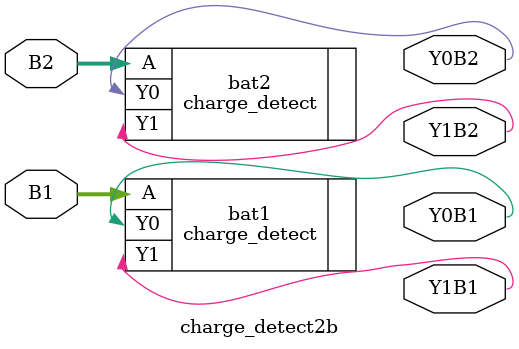
<source format=v>
module charge_detect2b(
    input [3:0] B1,
	 input [3:0] B2,
    output Y0B1,
    output Y1B1,
	 output Y0B2,
    output Y1B2
);

charge_detect bat1(
        .A(B1),
        .Y0(Y0B1),
        .Y1(Y1B1)
    );
	 
charge_detect bat2(
        .A(B2),
        .Y0(Y0B2),
        .Y1(Y1B2)
    );
endmodule
</source>
